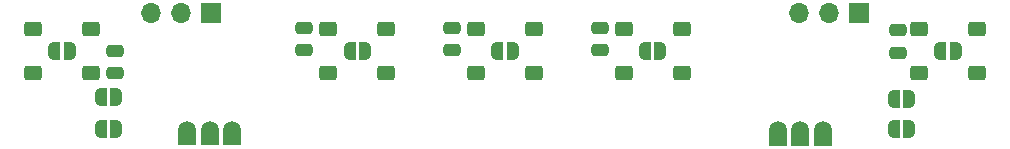
<source format=gbr>
%TF.GenerationSoftware,KiCad,Pcbnew,7.0.7*%
%TF.CreationDate,2023-11-13T13:38:28+01:00*%
%TF.ProjectId,Small_Wall,536d616c-6c5f-4576-916c-6c2e6b696361,rev?*%
%TF.SameCoordinates,Original*%
%TF.FileFunction,Soldermask,Top*%
%TF.FilePolarity,Negative*%
%FSLAX46Y46*%
G04 Gerber Fmt 4.6, Leading zero omitted, Abs format (unit mm)*
G04 Created by KiCad (PCBNEW 7.0.7) date 2023-11-13 13:38:28*
%MOMM*%
%LPD*%
G01*
G04 APERTURE LIST*
G04 Aperture macros list*
%AMRoundRect*
0 Rectangle with rounded corners*
0 $1 Rounding radius*
0 $2 $3 $4 $5 $6 $7 $8 $9 X,Y pos of 4 corners*
0 Add a 4 corners polygon primitive as box body*
4,1,4,$2,$3,$4,$5,$6,$7,$8,$9,$2,$3,0*
0 Add four circle primitives for the rounded corners*
1,1,$1+$1,$2,$3*
1,1,$1+$1,$4,$5*
1,1,$1+$1,$6,$7*
1,1,$1+$1,$8,$9*
0 Add four rect primitives between the rounded corners*
20,1,$1+$1,$2,$3,$4,$5,0*
20,1,$1+$1,$4,$5,$6,$7,0*
20,1,$1+$1,$6,$7,$8,$9,0*
20,1,$1+$1,$8,$9,$2,$3,0*%
%AMFreePoly0*
4,1,19,0.500000,-0.750000,0.000000,-0.750000,0.000000,-0.744911,-0.071157,-0.744911,-0.207708,-0.704816,-0.327430,-0.627875,-0.420627,-0.520320,-0.479746,-0.390866,-0.500000,-0.250000,-0.500000,0.250000,-0.479746,0.390866,-0.420627,0.520320,-0.327430,0.627875,-0.207708,0.704816,-0.071157,0.744911,0.000000,0.744911,0.000000,0.750000,0.500000,0.750000,0.500000,-0.750000,0.500000,-0.750000,
$1*%
%AMFreePoly1*
4,1,19,0.000000,0.744911,0.071157,0.744911,0.207708,0.704816,0.327430,0.627875,0.420627,0.520320,0.479746,0.390866,0.500000,0.250000,0.500000,-0.250000,0.479746,-0.390866,0.420627,-0.520320,0.327430,-0.627875,0.207708,-0.704816,0.071157,-0.744911,0.000000,-0.744911,0.000000,-0.750000,-0.500000,-0.750000,-0.500000,0.750000,0.000000,0.750000,0.000000,0.744911,0.000000,0.744911,
$1*%
G04 Aperture macros list end*
%ADD10R,1.524000X1.143000*%
%ADD11O,1.524000X2.000000*%
%ADD12R,1.700000X1.700000*%
%ADD13O,1.700000X1.700000*%
%ADD14FreePoly0,180.000000*%
%ADD15FreePoly1,180.000000*%
%ADD16RoundRect,0.250000X0.475000X-0.250000X0.475000X0.250000X-0.475000X0.250000X-0.475000X-0.250000X0*%
%ADD17RoundRect,0.312500X-0.462500X-0.312500X0.462500X-0.312500X0.462500X0.312500X-0.462500X0.312500X0*%
%ADD18RoundRect,0.250000X-0.475000X0.250000X-0.475000X-0.250000X0.475000X-0.250000X0.475000X0.250000X0*%
%ADD19FreePoly0,0.000000*%
%ADD20FreePoly1,0.000000*%
%ADD21RoundRect,0.312500X0.462500X0.312500X-0.462500X0.312500X-0.462500X-0.312500X0.462500X-0.312500X0*%
G04 APERTURE END LIST*
D10*
%TO.C,J2*%
X101900000Y-109425000D03*
D11*
X101900000Y-108983800D03*
D10*
X100000000Y-109425000D03*
D11*
X100000000Y-108983800D03*
D10*
X98100000Y-109425000D03*
D11*
X98100000Y-108983800D03*
%TD*%
D10*
%TO.C,J4*%
X51900000Y-109400000D03*
D11*
X51900000Y-108958800D03*
D10*
X50000000Y-109400000D03*
D11*
X50000000Y-108958800D03*
D10*
X48100000Y-109400000D03*
D11*
X48100000Y-108958800D03*
%TD*%
D12*
%TO.C,J1*%
X104975000Y-98825000D03*
D13*
X102435000Y-98825000D03*
X99895000Y-98825000D03*
%TD*%
D14*
%TO.C,JP8*%
X42100000Y-105900000D03*
D15*
X40800000Y-105900000D03*
%TD*%
D16*
%TO.C,C5*%
X42000000Y-103900000D03*
X42000000Y-102000000D03*
%TD*%
D17*
%TO.C,U1*%
X110050000Y-100150000D03*
X110050000Y-103850000D03*
X114950000Y-103850000D03*
X114950000Y-100150000D03*
%TD*%
D18*
%TO.C,C3*%
X70500000Y-100050000D03*
X70500000Y-101950000D03*
%TD*%
D17*
%TO.C,U4*%
X60050000Y-100150000D03*
X60050000Y-103850000D03*
X64950000Y-103850000D03*
X64950000Y-100150000D03*
%TD*%
D19*
%TO.C,JP1*%
X107900000Y-106100000D03*
D20*
X109200000Y-106100000D03*
%TD*%
D19*
%TO.C,JP7*%
X36850000Y-102000000D03*
D20*
X38150000Y-102000000D03*
%TD*%
D14*
%TO.C,JP3*%
X113150000Y-102000000D03*
D15*
X111850000Y-102000000D03*
%TD*%
D21*
%TO.C,U5*%
X39950000Y-103850000D03*
X39950000Y-100150000D03*
X35050000Y-100150000D03*
X35050000Y-103850000D03*
%TD*%
D14*
%TO.C,JP9*%
X42100000Y-108600000D03*
D15*
X40800000Y-108600000D03*
%TD*%
D18*
%TO.C,C1*%
X108300000Y-100250000D03*
X108300000Y-102150000D03*
%TD*%
%TO.C,C2*%
X83000000Y-100050000D03*
X83000000Y-101950000D03*
%TD*%
D12*
%TO.C,J3*%
X50105000Y-98825000D03*
D13*
X47565000Y-98825000D03*
X45025000Y-98825000D03*
%TD*%
D14*
%TO.C,JP5*%
X75650000Y-102000000D03*
D15*
X74350000Y-102000000D03*
%TD*%
D17*
%TO.C,U3*%
X72550000Y-100150000D03*
X72550000Y-103850000D03*
X77450000Y-103850000D03*
X77450000Y-100150000D03*
%TD*%
%TO.C,U2*%
X85050000Y-100150000D03*
X85050000Y-103850000D03*
X89950000Y-103850000D03*
X89950000Y-100150000D03*
%TD*%
D14*
%TO.C,JP4*%
X88150000Y-102000000D03*
D15*
X86850000Y-102000000D03*
%TD*%
D18*
%TO.C,C4*%
X58000000Y-100050000D03*
X58000000Y-101950000D03*
%TD*%
D19*
%TO.C,JP2*%
X107900000Y-108600000D03*
D20*
X109200000Y-108600000D03*
%TD*%
D14*
%TO.C,JP6*%
X63150000Y-102000000D03*
D15*
X61850000Y-102000000D03*
%TD*%
M02*

</source>
